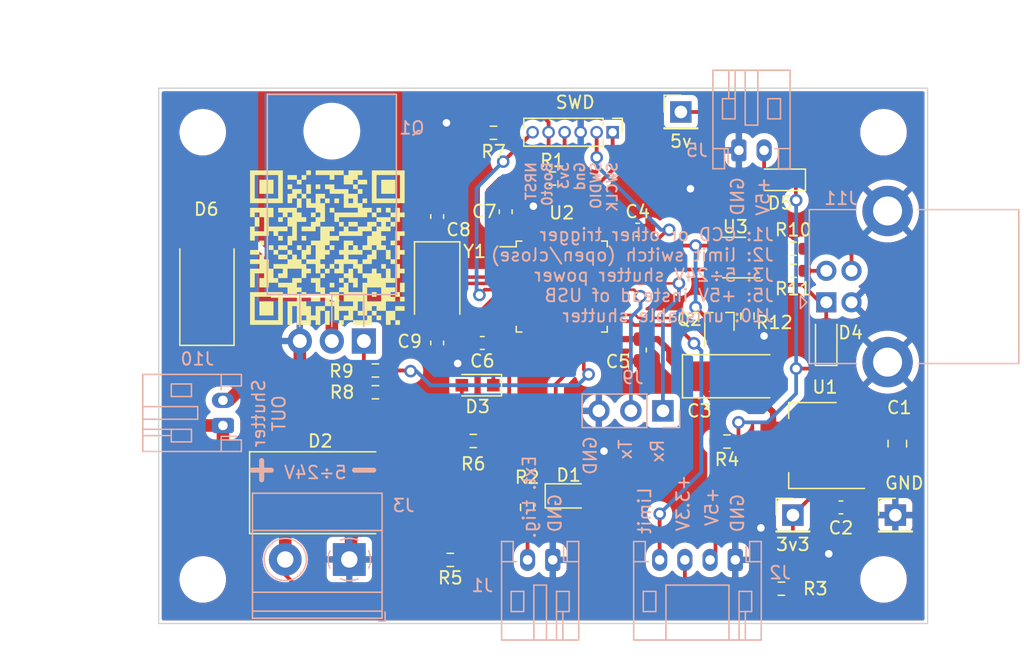
<source format=kicad_pcb>
(kicad_pcb (version 20240108) (generator "pcbnew") (generator_version "8.0")
  (layers (0 "F.Cu" signal) (31 "B.Cu" signal) (34 "B.Paste" user) (35 "F.Paste" user) (36 "B.SilkS" user "B.Silkscreen") (37 "F.SilkS" user "F.Silkscreen") (38 "B.Mask" user) (39 "F.Mask" user) (44 "Edge.Cuts" user))
  (net 0 "")
  (net 1 "GND")
  (net 2 "/VBUS")
  (net 3 "+3V3")
  (net 4 "/OSC_IN")
  (net 5 "/OSC_OUT")
  (net 6 "/SHTR_V")
  (net 7 "/5V")
  (net 8 "/CCD")
  (net 9 "/SHTRpow")
  (net 10 "/SWCLK")
  (net 11 "/SWDIO")
  (net 12 "Net-(D5-A)")
  (net 13 "/BOOT0")
  (net 14 "/NRST")
  (net 15 "Net-(J1-Pin_2)")
  (net 16 "/USB_PU")
  (net 17 "Net-(J2-Pin_2)")
  (net 18 "Net-(J2-Pin_3)")
  (net 19 "/LimSW")
  (net 20 "/USBDP")
  (net 29 "Net-(J4-Pin_4)")
  (net 30 "/Tx")
  (net 31 "/Rx")
  (net 35 "Net-(J11-D-)")
  (net 36 "/USBDM")
  (net 46 "Net-(J11-D+)")
  (net 47 "Net-(Q1-G)")
  (net 48 "Net-(Q2-C)")
  (net 49 "/PWM")
  (net 50 "Net-(R10-Pad2)")
  (net 51 "Net-(R11-Pad2)")
  (net 56 "/DR")
  (footprint "Capacitor_SMD:C_0603_1608Metric_Pad1.08x0.95mm_HandSolder" (layer "F.Cu") (at 134.5946 90.7299 -90)
    (property "Reference" "C9")
    (property "Value" "6")
  )
  (footprint "Capacitor_SMD:C_0603_1608Metric_Pad1.08x0.95mm_HandSolder" (layer "F.Cu") (at 140.0302 80.3137 90)
    (property "Reference" "C7")
    (property "Value" "0.1")
  )
  (footprint "Diode_SMD:D_SOD-323_HandSoldering" (layer "F.Cu") (at 137.8 94.08 180)
    (property "Reference" "D3")
    (property "Value" "SS14")
  )
  (footprint "Resistor_SMD:R_0603_1608Metric_Pad0.98x0.95mm_HandSolder" (layer "F.Cu") (at 135.6379 107.95)
    (property "Reference" "R5")
    (property "Value" "56k")
  )
  (footprint "Resistor_SMD:R_0603_1608Metric_Pad0.98x0.95mm_HandSolder" (layer "F.Cu") (at 129.6943 92.9132)
    (property "Reference" "R9")
    (property "Value" "100")
  )
  (footprint "Resistor_SMD:R_0603_1608Metric_Pad0.98x0.95mm_HandSolder" (layer "F.Cu") (at 161.9015 110.236 180)
    (property "Reference" "R3")
    (property "Value" "33")
  )
  (footprint "Resistor_SMD:R_0603_1608Metric_Pad0.98x0.95mm_HandSolder" (layer "F.Cu") (at 159.2072 88.5952 90)
    (property "Reference" "R12")
    (property "Value" "1k5")
  )
  (footprint "Connector_PinHeader_2.54mm:PinHeader_1x01_P2.54mm_Vertical" (layer "F.Cu") (at 162.814 104.394)
    (property "Reference" "J8" (hide yes))
    (property "Value" "3v3")
  )
  (footprint "Connector_PinHeader_2.54mm:PinHeader_1x01_P2.54mm_Vertical" (layer "F.Cu") (at 153.924 72.39)
    (property "Reference" "J6" (hide yes))
    (property "Value" "5v")
  )
  (footprint "Crystal:Crystal_SMD_5032-2Pin_5.0x3.2mm" (layer "F.Cu") (at 134.5946 85.7504 -90)
    (property "Reference" "Y1")
    (property "Value" "NX5032GA-8MHz")
  )
  (footprint "Capacitor_Tantalum_SMD:CP_EIA-6032-28_Kemet-C_Pad2.25x2.35mm_HandSolder" (layer "F.Cu") (at 157.988 93.3704)
    (property "Reference" "C3")
    (property "Value" "47u")
  )
  (footprint "Package_QFP:LQFP-48_7x7mm_P0.5mm" (layer "F.Cu") (at 144.475 86.25)
    (property "Reference" "U2")
    (property "Value" "STM32F103C6Tx")
  )
  (footprint "Resistor_SMD:R_0603_1608Metric_Pad0.98x0.95mm_HandSolder" (layer "F.Cu") (at 157.5835 98.552 180)
    (property "Reference" "R4")
    (property "Value" "33")
  )
  (footprint "MountingHole:MountingHole_3.2mm_M3_ISO7380" (layer "F.Cu") (at 116 74)
    (property "Reference" "H3" (hide yes))
    (property "Value" "MountingHole")
  )
  (footprint "Capacitor_SMD:C_0603_1608Metric_Pad1.08x0.95mm_HandSolder" (layer "F.Cu") (at 150.6728 91.2865 -90)
    (property "Reference" "C5")
    (property "Value" "0.1")
  )
  (footprint "Capacitor_SMD:C_0603_1608Metric_Pad1.08x0.95mm_HandSolder" (layer "F.Cu") (at 166.6251 103.7844)
    (property "Reference" "C2")
    (property "Value" "0.1")
  )
  (footprint "Package_TO_SOT_SMD:SOT-23-6_Handsoldering" (layer "F.Cu") (at 158.15 83.95 180)
    (property "Reference" "U3")
    (property "Value" "USBLC6-2SC6")
  )
  (footprint "kicad_unistable:qr" (layer "F.Cu") (at 125.8824 83.1596)
    (property "Reference" "G***" (hide yes))
    (property "Value" "LOGO" (hide yes))
  )
  (footprint "Diode_SMD:D_SMA-SMB_Universal_Handsoldering" (layer "F.Cu") (at 116.332 85.958 90)
    (property "Reference" "D6")
    (property "Value" "SS14")
  )
  (footprint "Resistor_SMD:R_0603_1608Metric_Pad0.98x0.95mm_HandSolder" (layer "F.Cu") (at 141.732 103.7825 -90)
    (property "Reference" "R2")
    (property "Value" "100")
  )
  (footprint "Capacitor_SMD:C_0603_1608Metric_Pad1.08x0.95mm_HandSolder" (layer "F.Cu") (at 134.5946 80.6947 90)
    (property "Reference" "C8")
    (property "Value" "6")
  )
  (footprint "Diode_SMD:D_SMB-SMC_Universal_Handsoldering" (layer "F.Cu") (at 125.324 102.616)
    (property "Reference" "D2")
    (property "Value" "SMBJ30A")
  )
  (footprint "Resistor_SMD:R_0603_1608Metric_Pad0.98x0.95mm_HandSolder" (layer "F.Cu") (at 162.8375 83.25 180)
    (property "Reference" "R10")
    (property "Value" "22")
  )
  (footprint "Connector_PinHeader_1.27mm:PinHeader_1x06_P1.27mm_Vertical" (layer "F.Cu") (at 148.515 74 -90)
    (property "Reference" "J4" (hide yes))
    (property "Value" "SWD")
  )
  (footprint "Package_TO_SOT_SMD:SOT-223-3_TabPin2" (layer "F.Cu") (at 164.3884 98.8708 180)
    (property "Reference" "U1")
    (property "Value" "LM1117-3.3")
  )
  (footprint "Connector_PinHeader_2.54mm:PinHeader_1x01_P2.54mm_Vertical" (layer "F.Cu") (at 170.942 104.394)
    (property "Reference" "J7" (hide yes))
    (property "Value" "GND")
  )
  (footprint "Capacitor_SMD:C_0805_2012Metric_Pad1.18x1.45mm_HandSolder" (layer "F.Cu") (at 171.0944 98.7259 -90)
    (property "Reference" "C1")
    (property "Value" "1u")
  )
  (footprint "MountingHole:MountingHole_3.2mm_M3_ISO7380" (layer "F.Cu") (at 170 109.5)
    (property "Reference" "H2" (hide yes))
    (property "Value" "MountingHole")
  )
  (footprint "Resistor_SMD:R_0603_1608Metric_Pad0.98x0.95mm_HandSolder" (layer "F.Cu") (at 143.7386 77.6732)
    (property "Reference" "R1")
    (property "Value" "6.9")
  )
  (footprint "Resistor_SMD:R_0603_1608Metric_Pad0.98x0.95mm_HandSolder" (layer "F.Cu") (at 162.8375 85 180)
    (property "Reference" "R11")
    (property "Value" "22")
  )
  (footprint "Capacitor_SMD:C_0603_1608Metric_Pad1.08x0.95mm_HandSolder" (layer "F.Cu") (at 150.4961 81.7372)
    (property "Reference" "C4")
    (property "Value" "0.1")
  )
  (footprint "Capacitor_SMD:C_0603_1608Metric_Pad1.08x0.95mm_HandSolder" (layer "F.Cu") (at 138.1749 90.7288 180)
    (property "Reference" "C6")
    (property "Value" "0.1")
  )
  (footprint "MountingHole:MountingHole_3.2mm_M3_ISO7380" (layer "F.Cu") (at 116 109.5)
    (property "Reference" "H4" (hide yes))
    (property "Value" "MountingHole")
  )
  (footprint "Diode_SMD:D_0805_2012Metric_Pad1.15x1.40mm_HandSolder" (layer "F.Cu") (at 145.025 102.87)
    (property "Reference" "D1")
    (property "Value" "CESD3V3")
  )
  (footprint "MountingHole:MountingHole_3.2mm_M3_ISO7380" (layer "F.Cu") (at 170 74)
    (property "Reference" "H1" (hide yes))
    (property "Value" "MountingHole")
  )
  (footprint "Resistor_SMD:R_0603_1608Metric_Pad0.98x0.95mm_HandSolder" (layer "F.Cu") (at 139.0631 74.041 180)
    (property "Reference" "R7")
    (property "Value" "10k")
  )
  (footprint "Resistor_SMD:R_0603_1608Metric_Pad0.98x0.95mm_HandSolder" (layer "F.Cu") (at 129.6943 94.6404 180)
    (property "Reference" "R8")
    (property "Value" "4k7")
  )
  (footprint "Diode_SMD:D_SOD-323_HandSoldering" (layer "F.Cu") (at 165.4556 90.5056 90)
    (property "Reference" "D4")
    (property "Value" "SS14")
  )
  (footprint "Diode_SMD:D_SOD-323_HandSoldering" (layer "F.Cu") (at 161.798 77.7748 180)
    (property "Reference" "D5")
    (property "Value" "SS14")
  )
  (footprint "Package_TO_SOT_SMD:SOT-323_SC-70_Handsoldering" (layer "F.Cu") (at 156.9824 89.0432 90)
    (property "Reference" "Q2")
    (property "Value" "DTA114Y")
  )
  (footprint "Resistor_SMD:R_0603_1608Metric_Pad0.98x0.95mm_HandSolder" (layer "F.Cu") (at 137.4575 98.51)
    (property "Reference" "R6")
    (property "Value" "4k7")
  )
  (footprint "Package_TO_SOT_THT:TO-220-3_Horizontal_TabDown" (layer "B.Cu") (at 128.778 90.574 180)
    (property "Reference" "Q1")
    (property "Value" "IRL3303")
  )
  (footprint "Connector_JST:JST_PH_S4B-PH-K_1x04_P2.00mm_Horizontal" (layer "B.Cu") (at 158.242 107.95 180)
    (property "Reference" "J2")
    (property "Value" "hall")
  )
  (footprint "Connector_JST:JST_PH_S2B-PH-K_1x02_P2.00mm_Horizontal" (layer "B.Cu") (at 158.528 75.438)
    (property "Reference" "J5")
    (property "Value" "5Vext")
  )
  (footprint "Connector_USB:USB_B_Lumberg_2411_02_Horizontal" (layer "B.Cu") (at 165.4625 87.5)
    (property "Reference" "J11")
    (property "Value" "USB_B")
  )
  (footprint "Connector_PinHeader_2.54mm:PinHeader_1x03_P2.54mm_Vertical" (layer "B.Cu") (at 152.5016 96.1136 90)
    (property "Reference" "J9")
    (property "Value" "USART1")
  )
  (footprint "Connector_JST:JST_PH_S2B-PH-K_1x02_P2.00mm_Horizontal" (layer "B.Cu") (at 117.602 97.282 90)
    (property "Reference" "J10")
    (property "Value" "shutter")
  )
  (footprint "TerminalBlock_Phoenix:TerminalBlock_Phoenix_MKDS-1,5-2-5.08_1x02_P5.08mm_Horizontal" (layer "B.Cu") (at 127.623 107.916 180)
    (property "Reference" "J3")
    (property "Value" "ShtrPower" (hide yes))
  )
  (footprint "Connector_JST:JST_PH_S2B-PH-K_1x02_P2.00mm_Horizontal" (layer "B.Cu") (at 143.764 107.95 180)
    (property "Reference" "J1")
    (property "Value" "ccd")
  )
  (gr_line (start 112.5 113) (end 173.5 113) (stroke (width 0.1)) (layer "Edge.Cuts"))
  (gr_line (start 173.5 70.5) (end 112.5 70.5) (stroke (width 0.1)) (layer "Edge.Cuts"))
  (gr_line (start 173.5 113) (end 173.5 70.5) (stroke (width 0.1)) (layer "Edge.Cuts"))
  (gr_line (start 112.5 70.5) (end 112.5 113) (stroke (width 0.1)) (layer "Edge.Cuts"))
  (gr_text "Tx" (at 150.114 98.298 90) (layer "B.SilkS") (effects (font (size 1 1)) (justify left bottom mirror)))
  (gr_text "GND" (at 159.004 77.47 90) (layer "B.SilkS") (effects (font (size 1 1)) (justify left bottom mirror)))
  (gr_text "Limit" (at 151.638 102.108 90) (layer "B.SilkS") (effects (font (size 1 1)) (justify left bottom mirror)))
  (gr_text "+3.3V" (at 154.686 101.092 90) (layer "B.SilkS") (effects (font (size 1 1)) (justify left bottom mirror)))
  (gr_text "-" (at 130.302 101.854 0) (layer "B.SilkS") (effects (font (size 2 2) (thickness 0.4) (bold yes)) (justify left bottom mirror)))
  (gr_text "NRST\nBoot0\n3v3\nGnd\nSWDIO\nSWCLK" (at 148.9456 76.2762 90) (layer "B.SilkS") (effects (font (size 0.8 0.8)) (justify left bottom mirror)))
  (gr_text "J1: CCD or other trigger\nJ2: limit switch (open/close)\nJ3: 5÷24V shutter power\nJ5: +5V instead of USB\nJ10: unistable shutter" (at 161.3916 89.154 0) (layer "B.SilkS") (effects (font (size 1 1)) (justify left bottom mirror)))
  (gr_text "Shutter\nOUT" (at 122.6312 96.3168 90) (layer "B.SilkS") (effects (font (size 1 1)) (justify bottom mirror)))
  (gr_text "5÷24V" (at 127.508 101.6 0) (layer "B.SilkS") (effects (font (size 1 1)) (justify left bottom mirror)))
  (gr_text "GND" (at 144.526 102.616 90) (layer "B.SilkS") (effects (font (size 1 1)) (justify left bottom mirror)))
  (gr_text "+5V" (at 156.972 102.108 90) (layer "B.SilkS") (effects (font (size 1 1)) (justify left bottom mirror)))
  (gr_text "+5V" (at 161.036 77.47 90) (layer "B.SilkS") (effects (font (size 1 1)) (justify left bottom mirror)))
  (gr_text "Rx" (at 152.654 98.298 90) (layer "B.SilkS") (effects (font (size 1 1)) (justify left bottom mirror)))
  (gr_text "GND" (at 147.32 98.044 90) (layer "B.SilkS") (effects (font (size 1 1)) (justify left bottom mirror)))
  (gr_text "Ext. trig." (at 142.494 99.568 90) (layer "B.SilkS") (effects (font (size 1 1)) (justify left bottom mirror)))
  (gr_text "+" (at 122.174 101.854 0) (layer "B.SilkS") (effects (font (size 2 2) (thickness 0.4) (bold yes)) (justify left bottom mirror)))
  (gr_text "GND" (at 159.004 102.616 90) (layer "B.SilkS") (effects (font (size 1 1)) (justify left bottom mirror)))
  (segment (start 135.89 90.7288) (end 135.89 91.5924) (width 0.3) (layer "F.Cu") (net 1))
  (segment (start 136.398 75.7936) (end 137.16 75.7936) (width 0.2) (layer "F.Cu") (net 1))
  (segment (start 134.5946 96.0374) (end 134.112 96.52) (width 0.3) (layer "F.Cu") (net 1))
  (segment (start 151.3586 81.7372) (end 151.3586 80.6196) (width 0.3) (layer "F.Cu") (net 1))
  (segment (start 151.3586 80.6196) (end 151.7282 80.25) (width 0.3) (layer "F.Cu") (net 1))
  (segment (start 145.975 72.7722) (end 145.3896 72.1868) (width 0.3) (layer "F.Cu") (net 1))
  (segment (start 146.05 109.22) (end 146.05 107.188) (width 0.3) (layer "F.Cu") (net 1))
  (segment (start 134.5946 77.597) (end 136.0678 76.1238) (width 0.3) (layer "F.Cu") (net 1))
  (segment (start 135.3312 73.6092) (end 135.763 74.041) (width 0.3) (layer "F.Cu") (net 1))
  (segment (start 138.0744 74.1172) (end 138.0744 75.7936) (width 0.2) (layer "F.Cu") (net 1))
  (segment (start 138.37 108.144) (end 140.208 109.982) (width 0.3) (layer "F.Cu") (net 1))
  (segment (start 137.3124 88.8492) (end 137.3124 90.7288) (width 0.2) (layer "F.Cu") (net 1))
  (segment (start 128.1684 105.6132) (end 127.762 106.0196) (width 1) (layer "F.Cu") (net 1))
  (segment (start 137.3124 90.7288) (end 135.89 90.7288) (width 0.3) (layer "F.Cu") (net 1))
  (segment (start 158.8008 105.41) (end 158.242 105.9688) (width 0.3) (layer "F.Cu") (net 1))
  (segment (start 146.725 90.4125) (end 146.725 91.7086) (width 0.28) (layer "F.Cu") (net 1))
  (segment (start 145.3896 72.1868) (end 138.6586 72.1868) (width 0.3) (layer "F.Cu") (net 1))
  (segment (start 147.4216 96.1136) (end 147.4216 94.488) (width 0.3) (layer "F.Cu") (net 1))
  (segment (start 158.1658 83.5152) (end 158.1658 81.3328) (width 0.3) (layer "F.Cu") (net 1))
  (segment (start 159.2466 80.25) (end 158.496 80.25) (width 0.3) (layer "F.Cu") (net 1))
  (segment (start 145.3896 72.1868) (end 150.0124 72.1868) (width 0.3) (layer "F.Cu") (net 1))
  (segment (start 128.7818 96.2622) (end 128.524 96.52) (width 0.3) (layer "F.Cu") (net 1))
  (segment (start 126.9492 97.79) (end 123.698 97.79) (width 1) (layer "F.Cu") (net 1))
  (segment (start 160.538 90.18) (end 160.538 93.3704) (width 0.3) (layer "F.Cu") (net 1))
  (segment (start 165.6588 107.4674) (end 167.4876 105.6386) (width 0.3) (layer "F.Cu") (net 1))
  (segment (start 167.4876 103.7844) (end 167.4876 101.2216) (width 0.3) (layer "F.Cu") (net 1))
  (segment (start 127.762 107.777) (end 127.623 107.916) (width 1) (layer "F.Cu") (net 1))
  (segment (start 149.553 84) (end 151.3586 82.1944) (width 0.28) (layer "F.Cu") (net 1))
  (segment (start 147.4216 94.488) (end 149.0472 94.488) (width 0.3) (layer "F.Cu") (net 1))
  (segment (start 134.5946 91.5924) (end 134.5946 96.0374) (width 0.3) (layer "F.Cu") (net 1))
  (segment (start 135.3312 73.2536) (end 135.3312 73.6092) (width 0.3) (layer "F.Cu") (net 1))
  (segment (start 167.4876 101.2216) (end 167.5384 101.1708) (width 0.3) (layer "F.Cu") (net 1))
  (segment (start 123.698 97.79) (end 123.698 96.52) (width 1) (layer "F.Cu") (net 1))
  (segment (start 171.0944 99.7634) (end 172.5246 99.7634) (width 0.3) (layer "F.Cu") (net 1))
  (segment (start 128.524 102.616) (end 128.524 105.6132) (width 1) (layer "F.Cu") (net 1))
  (segment (start 138.1506 72.6948) (end 138.1506 74.041) (width 0.3) (layer "F.Cu") (net 1))
  (segment (start 155.3972 75.438) (end 154.686 76.1492) (width 0.3) (layer "F.Cu") (net 1))
  (segment (start 146.05 107.188) (end 145.288 107.95) (width 0.3) (layer "F.Cu") (net 1))
  (segment (start 150.6728 92.8624) (end 150.6728 92.149) (width 0.3) (layer "F.Cu") (net 1))
  (segment (start 158.496 80.25) (end 156.49 80.25) (width 0.3) (layer "F.Cu") (net 1))
  (segment (start 169.0624 103.7844) (end 169.672 104.394) (width 0.3) (layer "F.Cu") (net 1))
  (segment (start 140.208 109.982) (end 145.288 109.982) (width 0.3) (layer "F.Cu") (net 1))
  (segment (start 128.524 99.3648) (end 126.9492 97.79) (width 1) (layer "F.Cu") (net 1))
  (segment (start 152.1968 74.3712) (end 150.0124 72.1868) (width 0.3) (layer "F.Cu") (net 1))
  (segment (start 145.288 107.95) (end 143.764 107.95) (width 0.3) (layer "F.Cu") (net 1))
  (segment (start 156.49 80.25) (end 152.1968 80.25) (width 0.3) (layer "F.Cu") (net 1))
  (segment (start 128.524 105.6132) (end 128.1684 105.6132) (width 1) (layer "F.Cu") (net 1))
  (segment (start 172.5246 94.4521) (end 170.3225 92.25) (width 0.3) (layer "F.Cu") (net 1))
  (segment (start 136.2202 92.3544) (end 136.2202 91.6178) (width 0.3) (layer "F.Cu") (net 1))
  (segment (start 139.1616 87) (end 137.3124 88.8492) (width 0.2) (layer "F.Cu") (net 1))
  (segment (start 136.0678 76.1238) (end 136.398 75.7936) (width 0.2) (layer "F.Cu") (net 1))
  (segment (start 158.37 81.1286) (end 158.369 81.1276) (width 0.3) (layer "F.Cu") (net 1))
  (segment (start 154.686 76.1492) (end 154.686 78.486) (width 0.3) (layer "F.Cu") (net 1))
  (segment (start 145.288 109.982) (end 146.05 109.22) (width 0.3) (layer "F.Cu") (net 1))
  (segment (start 158.369 81.1276) (end 159.2466 80.25) (width 0.3) (layer "F.Cu") (net 1))
  (segment (start 147.1654 92.149) (end 150.6728 92.149) (width 0.3) (layer "F.Cu") (net 1))
  (segment (start 158.528 75.438) (end 155.3972 75.438) (width 0.3) (layer "F.Cu") (net 1))
  (segment (start 138.1506 74.041) (end 138.0744 74.1172) (width 0.2) (layer "F.Cu") (net 1))
  (segment (start 138.6586 72.1868) (end 138.1506 72.6948) (width 0.3) (layer "F.Cu") (net 1))
  (segment (start 172.5246 99.7634) (end 172.5246 94.4521) (width 0.3) (layer "F.Cu") (net 1))
  (segment (start 140.0302 79.4512) (end 141.8082 79.4512) (width 0.3) (layer "F.Cu") (net 1))
  (segment (start 147.828 99.314) (end 146.05 99.314) (width 0.3) (layer "F.Cu") (net 1))
  (segment (start 167.4876 103.7844) (end 169.0624 103.7844) (width 0.3) (layer "F.Cu") (net 1))
  (segment (start 147.4216 96.1136) (end 147.4216 98.9076) (width 0.3) (layer "F.Cu") (net 1))
  (segment (start 146.725 91.7086) (end 147.1654 92.149) (width 0.28) (layer "F.Cu") (net 1))
  (segment (start 171.0944 99.7634) (end 171.0944 100.9904) (width 0.3) (layer "F.Cu") (net 1))
  (segment (start 151.3586 82.1944) (end 151.3586 81.7372) (width 0.3) (layer "F.Cu") (net 1))
  (segment (start 127.762 106.0196) (end 127.762 107.777) (width 1) (layer "F.Cu") (net 1))
  (segment (start 135.89 91.5924) (end 136.1948 91.5924) (width 0.3) (layer "F.Cu") (net 1))
  (segment (start 158.528 75.438) (end 158.528 80.218) (width 0.3) (layer "F.Cu") (net 1))
  (segment (start 159.5 83.95) (end 158.6006 83.95) (width 0.3) (layer "F.Cu") (net 1))
  (segment (start 137.16 75.7936) (end 136.5504 75.7936) (width 0.2) (layer "F.Cu") (net 1))
  (segment (start 160.528 90.17) (end 160.538 90.18) (width 0.3) (layer "F.Cu") (net 1))
  (segment (start 138.37 98.51) (end 138.37 108.144) (width 0.3) (layer "F.Cu") (net 1))
  (segment (start 158.1658 81.3328) (end 158.37 81.1286) (width 0.3) (layer "F.Cu") (net 1))
  (segment (start 123.698 96.52) (end 123.698 90.574) (width 1) (layer "F.Cu") (net 1))
  (segment (start 171.0944 100.9904) (end 170.914 101.1708) (width 0.3) (layer "F.Cu") (net 1))
  (segment (start 138.0744 75.7936) (end 137.16 75.7936) (width 0.2) (layer "F.Cu") (net 1))
  (segment (start 170.914 101.1708) (end 167.5384 101.1708) (width 0.3) (layer "F.Cu") (net 1))
  (segment (start 147.4216 98.9076) (end 147.828 99.314) (width 0.3) (layer "F.Cu") (net 1))
  (segment (start 141.8082 79.4512) (end 142.225 79.868) (width 0.3) (layer "F.Cu") (net 1))
  (segment (start 160.274 105.41) (end 158.8008 105.41) (width 0.3) (layer "F.Cu") (net 1))
  (segment (start 148.6375 84) (end 149.553 84) (width 0.28) (layer "F.Cu") (net 1))
  (segment (start 146.05 102.87) (end 146.05 99.314) (width 0.3) (layer "F.Cu") (net 1))
  (segment (start 158.6006 83.95) (end 158.1658 83.5152) (width 0.3) (layer "F.Cu") (net 1))
  (segment (start 135.763 74.041) (end 138.1506 74.041) (width 0.3) (layer "F.Cu") (net 1))
  (segment (start 152.1968 80.25) (end 151.7282 80.25) (width 0.3) (layer "F.Cu") (net 1))
  (segment (start 145.975 74) (end 145.975 72.7722) (width 0.3) (layer "F.Cu") (net 1))
  (segment (start 167.4876 105.6386) (end 167.4876 103.7844) (width 0.3) (layer "F.Cu") (net 1))
  (segment (start 128.524 102.616) (end 128.524 99.3648) (width 1) (layer "F.Cu") (net 1))
  (segment (start 149.0472 94.488) (end 150.6728 92.8624) (width 0.3) (layer "F.Cu") (net 1))
  (segment (start 158.242 105.9688) (end 158.242 107.95) (width 0.3) (layer "F.Cu") (net 1))
  (segment (start 128.7818 94.6404) (end 128.7818 96.2622) (width 0.3) (layer "F.Cu") (net 1))
  (segment (start 128.524 96.52) (end 123.698 96.52) (width 0.3) (layer "F.Cu") (net 1))
  (segment (start 134.5946 79.8322) (end 134.5946 77.597) (width 0.3) (layer "F.Cu") (net 1))
  (segment (start 136.2202 91.6178) (end 136.1948 91.5924) (width 0.3) (layer "F.Cu") (net 1))
  (segment (start 158.528 80.218) (end 158.496 80.25) (width 0.3) (layer "F.Cu") (net 1))
  (segment (start 146.05 102.87) (end 146.05 107.188) (width 0.3) (layer "F.Cu") (net 1))
  (segment (start 152.1968 80.25) (end 152.1968 74.3712) (width 0.3) (layer "F.Cu") (net 1))
  (segment (start 134.5946 91.5924) (end 135.89 91.5924) (width 0.3) (layer "F.Cu") (net 1))
  (segment (start 140.3125 87) (end 139.1616 87) (width 0.2) (layer "F.Cu") (net 1))
  (segment (start 142.225 82.0875) (end 142.225 79.868) (width 0.28) (layer "F.Cu") (net 1))
  (segment (start 134.112 96.52) (end 128.524 96.52) (width 0.3) (layer "F.Cu") (net 1))
  (segment (start 169.672 104.394) (end 170.942 104.394) (width 0.3) (layer "F.Cu") (net 1))
  (via (at 136.2202 92.3544) (size 1.2) (drill 0.6) (layers "F.Cu" "B.Cu") (net 1))
  (via (at 135.3312 73.2536) (size 1) (drill 0.6) (layers "F.Cu" "B.Cu") (net 1))
  (via (at 142.225 79.868) (size 1.2) (drill 0.6) (layers "F.Cu" "B.Cu") (net 1))
  (via (at 147.828 99.314) (size 1) (drill 0.6) (layers "F.Cu" "B.Cu") (net 1))
  (via (at 154.686 78.486) (size 1) (drill 0.6) (layers "F.Cu" "B.Cu") (net 1))
  (via (at 165.6588 107.4674) (size 1) (drill 0.6) (layers "F.Cu" "B.Cu") (net 1))
  (via (at 160.274 105.41) (size 1) (drill 0.6) (layers "F.Cu" "B.Cu") (net 1))
  (via (at 160.528 90.17) (size 1) (drill 0.6) (layers "F.Cu" "B.Cu") (net 1))
  (segment (start 136.2202 92.3544) (end 138.8872 92.3544) (width 0.3) (layer "B.Cu") (net 1))
  (segment (start 162.56 106.8578) (end 165.0492 106.8578) (width 0.3) (layer "B.Cu") (net 1))
  (segment (start 160.02 78.486) (end 154.686 78.486) (width 0.3) (layer "B.Cu") (net 1))
  (segment (start 140.50495 80.89405) (end 141.2811 80.1179) (width 0.3) (layer "B.Cu") (net 1))
  (segment (start 138.8872 92.3544) (end 140.50495 90.73665) (width 0.3) (layer "B.Cu") (net 1))
  (segment (start 161.7218 106.8578) (end 162.56 106.8578) (width 0.3) (layer "B.Cu") (net 1))
  (segment (start 141.2811 80.1179) (end 141.5027 79.868) (width 0.3) (layer "B.Cu") (net 1))
  (segment (start 165.0492 106.8578) (end 165.6588 107.4674) (width 0.3) (layer "B.Cu") (net 1))
  (segment (start 141.5027 79.868) (end 142.225 79.868) (width 0.3) (layer "B.Cu") (net 1))
  (segment (start 160.274 105.41) (end 161.7218 106.8578) (width 0.3) (layer "B.Cu") (net 1))
  (segment (start 160.528 78.994) (end 160.02 78.486) (width 0.3) (layer "B.Cu") (net 1))
  (segment (start 136.906 99.314) (end 130.81 93.218) (width 0.3) (layer "B.Cu") (net 1))
  (segment (start 160.528 90.17) (end 160.528 78.994) (width 0.3) (layer "B.Cu") (net 1))
  (segment (start 130.81 91.694) (end 131.0504 91.4536) (width 0.3) (layer "B.Cu") (net 1))
  (segment (start 140.50495 90.73665) (end 140.50495 80.89405) (width 0.3) (layer "B.Cu") (net 1))
  (segment (start 135.3194 91.4536) (end 135.3194 73.2654) (width 0.3) (layer "B.Cu") (net 1))
  (segment (start 147.828 99.314) (end 136.906 99.314) (width 0.3) (layer "B.Cu") (net 1))
  (segment (start 131.0504 91.4536) (end 135.3194 91.4536) (width 0.3) (layer "B.Cu") (net 1))
  (segment (start 130.81 93.218) (end 130.81 91.694) (width 0.3) (layer "B.Cu") (net 1))
  (segment (start 135.3194 73.2654) (end 135.3312 73.2536) (width 0.3) (layer "B.Cu") (net 1))
  (segment (start 135.3194 91.4536) (end 136.2202 92.3544) (width 0.3) (layer "B.Cu") (net 1))
  (segment (start 165.4556 89.2556) (end 165.4556 87.5069) (width 0.3) (layer "F.Cu") (net 2))
  (segment (start 158.393 85.598) (end 161.036 85.598) (width 0.3) (layer "F.Cu") (net 2))
  (segment (start 157.7624 83.95) (end 158.1404 84.328) (width 0.3) (layer "F.Cu") (net 2))
  (segment (start 158.1404 85.3454) (end 158.393 85.598) (width 0.3) (layer "F.Cu") (net 2))
  (segment (start 165.4556 87.5069) (end 165.4625 87.5) (width 0.3) (layer "F.Cu") (net 2))
  (segment (start 156.8 83.95) (end 157.7624 83.95) (width 0.3) (layer "F.Cu") (net 2))
  (segment (start 161.036 85.598) (end 161.544 86.106) (width 0.3) (layer "F.Cu") (net 2))
  (segment (start 161.544 86.106) (end 163.576 86.106) (width 0.3) (layer "F.Cu") (net 2))
  (segment (start 164.97 87.5) (end 165.4625 87.5) (width 0.3) (layer "F.Cu") (net 2))
  (segment (start 158.1404 84.328) (end 158.1404 85.3454) (width 0.3) (layer "F.Cu") (net 2))
  (segment (start 163.576 86.106) (end 164.97 87.5) (width 0.3) (layer "F.Cu") (net 2))
  (segment (start 164.338 102.87) (end 165.1508 102.87) (width 0.3) (layer "F.Cu") (net 3))
  (segment (start 157.6324 92.1004) (end 157.6324 90.3732) (width 0.5) (layer "F.Cu") (net 3))
  (segment (start 155.438 93.3704) (end 156.3624 93.3704) (width 0.5) (layer "F.Cu") (net 3))
  (segment (start 141.725 82.0875) (end 141.725 83.432) (width 0.28) (layer "F.Cu") (net 3))
  (segment (start 165.7096 103.7844) (end 165.1508 103.2256) (width 0.3) (layer "F.Cu") (net 3))
  (segment (start 147.5638 83.5) (end 148.6375 83.5) (width 0.28) (layer "F.Cu") (net 3))
  (segment (start 141.725 82.0875) (end 140.9415 82.0875) (width 0.28) (layer "F.Cu") (net 3))
  (segment (start 155.3464 92.9132) (end 155.438 92.9132) (width 0.5) (layer "F.Cu") (net 3))
  (segment (start 155.438 93.3704) (end 154.3304 93.3704) (width 0.5) (layer "F.Cu") (net 3))
  (segment (start 165.1508 102.87) (end 165.1508 98.8708) (width 0.3) (layer "F.Cu") (net 3))
  (segment (start 138.6332 80.9244) (end 138.885 81.1762) (width 0.3) (layer "F.Cu") (net 3))
  (segment (start 156.3624 93.3704) (end 157.6324 92.1004) (width 0.5) (layer "F.Cu") (net 3))
  (segment (start 165.1508 103.2256) (end 165.1508 102.87) (width 0.3) (layer "F.Cu") (net 3))
  (segment (start 141.7828 83.4898) (end 143.0274 84.7344) (width 0.3) (layer "F.Cu") (net 3))
  (segment (start 149.6336 82.5039) (end 148.6375 83.5) (width 0.28) (layer "F.Cu") (net 3))
  (segment (start 142.8261 77.6732) (end 139.5476 77.6732) (width 0.3) (layer "F.Cu") (net 3))
  (segment (start 140.3125 87.5) (end 139.521518 87.5) (width 0.2) (layer "F.Cu") (net 3))
  (segment (start 140.3125 87.5) (end 147.225 87.5) (width 0.28) (layer "F.Cu") (net 3))
  (segment (start 147.225 90.4125) (end 147.225 87.5) (width 0.28) (layer "F.Cu") (net 3))
  (segment (start 138.6332 78.5876) (end 138.6332 80.9244) (width 0.3) (layer "F.Cu") (net 3))
  (segment (start 138.885 81.1762) (end 140.0302 81.1762) (width 0.3) (layer "F.Cu") (net 3))
  (segment (start 147.225 83.8388) (end 147.5638 83.5) (width 0.3) (layer "F.Cu") (net 3))
  (segment (start 152.0952 90.424) (end 150.6728 90.424) (width 0.5) (layer "F.Cu") (net 3))
  (segment (start 140.3125 83.5) (end 141.7726 83.5) (width 0.28) (layer "F.Cu") (net 3))
  (segment (start 160.528 95.504) (end 156.718 95.504) (width 0.5) (layer "F.Cu") (net 3))
  (segment (start 139.521518 87.5) (end 139.0374 87.984118) (width 0.2) (layer "F.Cu") (net 3))
  (segment (start 165.7626 103.7844) (end 165.7096 103.7844) (width 0.3) (layer "F.Cu") (net 3))
  (segment (start 150.6728 90.424) (end 147.3365 90.424) (width 0.5) (layer "F.Cu") (net 3))
  (segment (start 149.6336 81.7372) (end 149.6336 82.5039) (width 0.3) (layer "F.Cu") (net 3))
  (segment (start 161.2384 96.2144) (end 160.528 95.504) (width 0.5) (layer "F.Cu") (net 3))
  (segment (start 139.0374 87.984118) (end 139.0374 90.7288) (width 0.2) (layer "F.Cu") (net 3))
  (segment (start 139.0374 90.7288) (end 139.05 90.7414) (width 0.3) (layer "F.Cu") (net 3))
  (segment (start 141.725 83.432) (end 141.7828 83.4898) (width 0.3) (layer "F.Cu") (net 3))
  (segment (start 154.3304 93.3704) (end 153.0096 92.0496) (width 0.5) (layer "F.Cu") (net 3))
  (segment (start 139.05 90.7414) (end 139.05 94.08) (width 0.3) (layer "F.Cu") (net 3))
  (segment (start 161.2384 98.8708) (end 161.2384 96.2144) (width 0.5) (layer "F.Cu") (net 3))
  (segment (start 162.814 110.236) (end 162.814 104.394) (width 0.3) (layer "F.Cu") (net 3))
  (segment (start 153.0096 91.3384) (end 152.0952 90.424) (width 0.5) (layer "F.Cu") (net 3))
  (segment (start 139.5476 77.6732) (end 138.6332 78.5876) (width 0.3) (layer "F.Cu") (net 3))
  (segment (start 165.1508 98.8708) (end 161.2384 98.8708) (width 0.3) (layer "F.Cu") (net 3))
  (segment (start 143.0274 84.7344) (end 147.225 84.7344) (width 0.3) (layer "F.Cu") (net 3))
  (segment (start 167.5384 98.8708) (end 165.1508 98.8708) (width 0.3) (layer "F.Cu") (net 3))
  (segment (start 147.225 84.7344) (end 147.225 83.8388) (width 0.3) (layer "F.Cu") (net 3))
  (segment (start 140.9415 82.0875) (end 140.0302 81.1762) (width 0.3) (layer "F.Cu") (net 3))
  (segment (start 155.438 94.224) (end 156.718 95.504) (width 0.5) (layer "F.Cu") (net 3))
  (segment (start 141.7726 83.5) (end 141.7828 83.4898) (width 0.3) (layer "F.Cu") (net 3))
  (segment (start 155.438 93.3704) (end 155.438 94.224) (width 0.5) (layer "F.Cu") (net 3))
  (segment (start 153.0096 92.0496) (end 153.0096 91.3384) (width 0.5) (layer "F.Cu") (net 3))
  (segment (start 162.814 104.394) (end 164.338 102.87) (width 0.3) (layer "F.Cu") (net 3))
  (segment (start 147.225 87.5) (end 147.225 84.7344) (width 0.3) (layer "F.Cu") (net 3))
  (segment (start 140.3125 85.5) (end 136.1942 85.5) (width 0.28) (layer "F.Cu") (net 4))
  (segment (start 134.5946 81.5572) (end 134.5946 83.9004) (width 0.3) (layer "F.Cu") (net 4))
  (segment (start 136.1942 85.5) (end 134.5946 83.9004) (width 0.28) (layer "F.Cu") (net 4))
  (segment (start 136.195 86) (end 134.5946 87.6004) (width 0.28) (layer "F.Cu") (net 5))
  (segment (start 134.5946 87.6004) (end 134.5946 89.8674) (width 0.3) (layer "F.Cu") (net 5))
  (segment (start 140.3125 86) (end 136.195 86) (width 0.28) (layer "F.Cu") (net 5))
  (segment (start 139.644 95.56) (end 136.55 95.56) (width 0.3) (layer "F.Cu") (net 6))
  (segment (start 136.55 98.505) (end 136.55 95.56) (width 0.3) (layer "F.Cu") (net 6))
  (segment (start 136.545 98.51) (end 136.55 98.505) (width 0.3) (layer "F.Cu") (net 6))
  (segment (start 136.5504 107.95) (end 136.5504 98.5154) (width 0.3) (layer "F.Cu") (net 6))
  (segment (start 140.6259 90.4125) (end 140.3096 90.7288) (width 0.3) (layer "F.Cu") (net 6))
  (segment (start 140.3096 94.8944) (end 139.644 95.56) (width 0.3) (layer "F.Cu") (net 6))
  (segment (start 136.55 95.56) (end 136.55 94.08) (width 0.3) (layer "F.Cu") (net 6))
  (segment (start 140.3096 90.7288) (end 140.3096 94.8944) (width 0.3) (layer "F.Cu") (net 6))
  (segment (start 136.5504 98.5154) (end 136.545 98.51) (width 0.3) (layer "F.Cu") (net 6))
  (segment (start 141.725 90.4125) (end 140.6259 90.4125) (width 0.28) (layer "F.Cu") (net 6))
  (segment (start 167.5384 95.1484) (end 165.1508 92.7608) (width 0.3) (layer "F.Cu") (net 7))
  (segment (start 163.048 73.894) (end 163.048 77.7748) (width 0.3) (layer "F.Cu") (net 7))
  (segment (start 165.1508 92.7608) (end 163.068 92.7608) (width 0.3) (layer "F.Cu") (net 7))
  (segment (start 170.7388 96.5708) (end 167.5384 96.5708) (width 0.3) (layer "F.Cu") (net 7))
  (segment (start 171.0944 96.9264) (end 170.7388 96.5708) (width 0.3) (layer "F.Cu") (net 7))
  (segment (start 161.544 72.39) (end 163.048 73.894) (width 0.3) (layer "F.Cu") (net 7))
  (segment (start 153.924 72.39) (end 161.544 72.39) (width 0.3) (layer "F.Cu") (net 7))
  (segment (start 158.496 97.028) (end 158.496 98.552) (width 0.3) (layer "F.Cu") (net 7))
  (segment (start 163.048 77.7748) (end 163.048 79.38) (width 0.3) (layer "F.Cu") (net 7))
  (segment (start 165.4556 91.7556) (end 165.4556 92.456) (width 0.3) (layer "F.Cu") (net 7))
  (segment (start 167.5384 96.5708) (end 167.5384 95.1484) (width 0.3) (layer "F.Cu") (net 7))
  (segment (start 165.4556 92.456) (end 165.1508 92.7608) (width 0.3) (layer "F.Cu") (net 7))
  (segment (start 171.0944 97.6884) (end 171.0944 96.9264) (width 0.3) (layer "F.Cu") (net 7))
  (segment (start 163.048 79.38) (end 163.068 79.4) (width 0.3) (layer "F.Cu") (net 7))
  (via (at 158.496 97.028) (size 1) (drill 0.6) (layers "F.Cu" "B.Cu") (net 7))
  (via (at 163.068 79.4) (size 1) (drill 0.6) (layers "F.Cu" "B.Cu") (net 7))
  (via (at 163.068 92.7608) (size 1) (drill 0.6) (layers "F.Cu" "B.Cu") (net 7))
  (segment (start 163.068 79.4) (end 163.068 92.7608) (width 0.3) (layer "B.Cu") (net 7))
  (segment (start 163.068 92.7608) (end 163.068 94.742) (width 0.3) (layer "B.Cu") (net 7))
  (segment (start 160.782 97.028) (end 158.496 97.028) (width 0.3) (layer "B.Cu") (net 7))
  (segment (start 163.068 94.742) (end 160.782 97.028) (width 0.3) (layer "B.Cu") (net 7))
  (segment (start 144 93.998) (end 144.78 93.218) (width 0.3) (layer "F.Cu") (net 8))
  (segment (start 144 102.87) (end 144 93.998) (width 0.3) (layer "F.Cu") (net 8))
  (segment (start 145.725 92.273) (end 144.78 93.218) (width 0.28) (layer "F.Cu") (net 8))
  (segment (start 145.725 90.4125) (end 145.725 92.273) (width 0.28) (layer "F.Cu") (net 8))
  (segment (start 141.732 102.87) (end 144 102.87) (width 0.3) (layer "F.Cu") (net 8))
  (segment (start 117.602 101.6) (end 118.618 102.616) (width 1) (layer "F.Cu") (net 9))
  (segment (start 116.332 91.186) (end 115.062 92.456) (width 1) (layer "F.Cu") (net 9))
  (segment (start 115.062 92.456) (end 115.062 97.282) (width 1) (layer "F.Cu") (net 9))
  (segment (start 132.3378 110.3376) (end 134.7254 107.95) (width 0.3) (layer "F.Cu") (net 9))
  (segment (start 122.543 107.916) (end 122.543 103.035) (width 1) (layer "F.Cu") (net 9))
  (segment (start 122.543 109.1318) (end 123.7488 110.3376) (width 0.3) (layer "F.Cu") (net 9))
  (segment (start 122.543 103.035) (end 122.124 102.616) (width 1) (layer "F.Cu") (net 9))
  (segment (start 123.7488 110.3376) (end 132.3378 110.3376) (width 0.3) (layer "F.Cu") (net 9))
  (segment (start 116.332 88.858) (end 116.332 91.186) (width 1) (layer "F.Cu") (net 9))
  (segment (start 117.602 97.282) (end 117.602 101.6) (width 1) (layer "F.Cu") (net 9))
  (segment (start 122.543 107.916) (end 122.543 109.1318) (width 0.3) (layer "F.Cu") (net 9))
  (segment (start 117.602 97.282) (end 115.062 97.282) (width 1) (layer "F.Cu") (net 9))
  (segment (start 118.618 102.616) (end 122.124 102.616) (width 1) (layer "F.Cu") (net 9))
  (segment (start 147.225 78.275) (end 148.515 76.985) (width 0.3) (layer "F.Cu") (net 10))
  (segment (start 147.225 82.0875) (end 147.225 78.275) (width 0.28) (layer "F.Cu") (net 10))
  (segment (start 148.515 76.985) (end 148.515 74) (width 0.3) (layer "F.Cu") (net 10))
  (segment (start 148.6375 84.5) (end 150.1 84.5) (width 0.28) (layer "F.Cu") (net 11))
  (segment (start 147.245 74) (end 147.245 75.995) (width 0.3) (layer "F.Cu") (net 11))
  (segment (start 147.245 75.995) (end 147.25 76) (width 0.3) (layer "F.Cu") (net 11))
  (segment (start 152.85 81.75) (end 153 81.75) (width 0.3) (layer "F.Cu") (net 11))
  (segment (start 150.1 84.5) (end 152.85 81.75) (width 0.28) (layer "F.Cu") (net 11))
  (via (at 153 81.75) (size 1) (drill 0.6) (layers "F.Cu" "B.Cu") (net 11))
  (via (at 147.25 76) (size 1) (drill 0.6) (layers "F.Cu" "B.Cu") (net 11))
  (segment (start 147.25 76.65) (end 152.35 81.75) (width 0.3) (layer "B.Cu") (net 11))
  (segment (start 152.35 81.75) (end 153 81.75) (width 0.3) (layer "B.Cu") (net 11))
  (segment (start 147.25 76) (end 147.25 76.65) (width 0.3) (layer "B.Cu") (net 11))
  (segment (start 160.528 77.7548) (end 160.548 77.7748) (width 0.3) (layer "F.Cu") (net 12))
  (segment (start 160.528 75.438) (end 160.528 77.7548) (width 0.3) (layer "F.Cu") (net 12))
  (segment (start 143.435 75.617) (end 143.435 74) (width 0.3) (layer "F.Cu") (net 13))
  (segment (start 143.725 75.907) (end 143.435 75.617) (width 0.3) (layer "F.Cu") (net 13))
  (segment (start 143.435 73.204) (end 143.435 74) (width 0.3) (layer "F.Cu") (net 13))
  (segment (start 139.9756 74.041) (end 139.9756 73.2066) (width 0.3) (layer "F.Cu") (net 13))
  (segment (start 143.725 82.0875) (end 143.725 75.907) (width 0.28) (layer "F.Cu") (net 13))
  (segment (start 143.002 72.771) (end 143.435 73.204) (width 0.3) (layer "F.Cu") (net 13))
  (segment (start 140.4112 72.771) (end 143.002 72.771) (width 0.3) (layer "F.Cu") (net 13))
  (segment (start 139.9756 73.2066) (end 140.4112 72.771) (width 0.3) (layer "F.Cu") (net 13))
  (segment (start 139.473959 86.5) (end 138.9758 86.5) (width 0.28) (layer "F.Cu") (net 14))
  (segment (start 139.8325 76.3325) (end 142.165 74) (width 0.3) (layer "F.Cu") (net 14))
  (segment (start 138.9758 86.5) (end 138.3662 86.5) (width 0.28) (layer "F.Cu") (net 14))
  (segment (start 138.3662 86.5) (end 137.9474 86.9188) (width 0.28) (layer "F.Cu") (net 14))
  (segment (start 140.3125 86.5) (end 139.473959 86.5) (width 0.28) (layer "F.Cu") (net 14))
  (via (at 137.9474 86.9188) (size 1) (drill 0.6) (layers "F.Cu" "B.Cu") (net 14))
  (via (at 139.8325 76.3325) (size 1) (drill 0.6) (layers "F.Cu" "B.Cu") (net 14))
  (segment (start 137.9474 86.9188) (end 137.7188 86.6902) (width 0.3) (layer "B.Cu") (net 14))
  (segment (start 137.7188 78.4462) (end 139.8325 76.3325) (width 0.3) (layer "B.Cu") (net 14))
  (segment (start 137.7188 86.6902) (end 137.7188 78.4462) (width 0.3) (layer "B.Cu") (net 14))
  (segment (start 141.764 107.95) (end 141.764 104.727) (width 0.3) (layer "F.Cu") (net 15))
  (segment (start 141.764 104.727) (end 141.732 104.695) (width 0.3) (layer "F.Cu") (net 15))
  (segment (start 154.4908 88.8064) (end 154.432 88.7476) (width 0.2) (layer "F.Cu") (net 16))
  (segment (start 150.5648 88.7476) (end 150.3172 88.5) (width 0.2) (layer "F.Cu") (net 16))
  (segment (start 156.0576 90.3732) (end 154.4908 88.8064) (width 0.3) (layer "F.Cu") (net 16))
  (segment (start 148.6375 88.5) (end 150.3172 88.5) (width 0.2) (layer "F.Cu") (net 16))
  (segment (start 156.3324 90.3732) (end 156.0576 90.3732) (width 0.3) (layer "F.Cu") (net 16))
  (segment (start 154.432 88.7476) (end 150.5648 88.7476) (width 0.2) (layer "F.Cu") (net 16))
  (segment (start 156.671 107.521) (end 156.242 107.95) (width 0.3) (layer "F.Cu") (net 17))
  (segment (start 156.671 98.552) (end 156.671 107.521) (width 0.3) (layer "F.Cu") (net 17))
  (segment (start 160.989 110.236) (end 155.1432 110.236) (width 0.3) (layer "F.Cu") (net 18))
  (segment (start 154.242 109.3348) (end 154.242 107.95) (width 0.3) (layer "F.Cu") (net 18))
  (segment (start 155.1432 110.236) (end 154.242 109.3348) (width 0.3) (layer "F.Cu") (net 18))
  (segment (start 152.2476 104.2924) (end 152.242 104.298) (width 0.3) (layer "F.Cu") (net 19))
  (segment (start 152.242 104.298) (end 152.242 107.95) (width 0.3) (layer "F.Cu") (net 19))
  (segment (start 149.9108 89) (end 148.6375 89) (width 0.28) (layer "F.Cu") (net 19))
  (segment (start 150.2172 89.3064) (end 149.9108 89) (width 0.28) (layer "F.Cu") (net 19))
  (segment (start 153.5176 89.3064) (end 150.2172 89.3064) (width 0.28) (layer "F.Cu") (net 19))
  (segment (start 154.9654 90.7542) (end 153.5176 89.3064) (width 0.3) (layer "F.Cu") (net 19))
  (via (at 154.9654 90.7542) (size 1) (drill 0.6) (layers "F.Cu" "B.Cu") (net 19))
  (via (at 152.2476 104.2924) (size 1) (drill 0.6) (layers "F.Cu" "B.Cu") (net 19))
  (segment (start 154.9654 90.7542) (end 155.5496 91.3384) (width 0.3) (layer "B.Cu") (net 19))
  (segment (start 155.5496 91.3384) (end 155.5496 100.9904) (width 0.3) (layer "B.Cu") (net 19))
  (segment (start 155.5496 100.9904) (end 152.2476 104.2924) (width 0.3) (layer "B.Cu") (net 19))
  (segment (start 154.5844 83) (end 155.0924 83) (width 0.3) (layer "F.Cu") (net 20))
  (segment (start 153.093 83) (end 154.5844 83) (width 0.3) (layer "F.Cu") (net 20))
  (segment (start 155.0924 87.884) (end 156.2608 89.0524) (width 0.3) (layer "F.Cu") (net 20))
  (segment (start 148.6375 85) (end 151.093 85) (width 0.2) (layer "F.Cu") (net 20))
  (segment (start 158.7481 89.5077) (end 159.2072 89.5077) (width 0.3) (layer "F.Cu") (net 20))
  (segment (start 158.2928 89.0524) (end 158.7481 89.5077) (width 0.3) (layer "F.Cu") (net 20))
  (segment (start 155.0924 83) (end 156.8 83) (width 0.3) (layer "F.Cu") (net 20))
  (segment (start 151.093 85) (end 153.093 83) (width 0.2) (layer "F.Cu") (net 20))
  (segment (start 156.2608 89.0524) (end 158.2928 89.0524) (width 0.3) (layer "F.Cu") (net 20))
  (via (at 155.0924 87.884) (size 1) (drill 0.6) (layers "F.Cu" "B.Cu") (net 20))
  (via (at 155.0924 83) (size 1) (drill 0.6) (layers "F.Cu" "B.Cu") (net 20))
  (segment (start 155.0924 83) (end 155.0924 87.884) (width 0.3) (layer "B.Cu") (net 20))
  (segment (start 144.705 77.6193) (end 144.6511 77.6732) (width 0.3) (layer "F.Cu") (net 29))
  (segment (start 144.705 74) (end 144.705 77.6193) (width 0.3) (layer "F.Cu") (net 29))
  (segment (start 150.2032 86.5) (end 150.7236 87.0204) (width 0.2) (layer "F.Cu") (net 30))
  (segment (start 148.6375 86.5) (end 150.2032 86.5) (width 0.2) (layer "F.Cu") (net 30))
  (via (at 150.7236 87.0204) (size 1) (drill 0.6) (layers "F.Cu" "B.Cu") (net 30))
  (segment (start 150.7236 87.0204) (end 150.7236 87.9348) (width 0.3) (layer "B.Cu") (net 30))
  (segment (start 149.9616 96.1136) (end 149.9616 88.6968) (width 0.3) (layer "B.Cu") (net 30))
  (segment (start 150.7236 87.9348) (end 149.9616 88.6968) (width 0.3) (layer "B.Cu") (net 30))
  (segment (start 148.6375 86) (end 153.7672 86) (width 0.2) (layer "F.Cu") (net 31))
  (segment (start 153.7672 86) (end 153.7716 86.0044) (width 0.2) (layer "F.Cu") (net 31))
  (via (at 153.7716 86.0044) (size 1) (drill 0.6) (layers "F.Cu" "B.Cu") (net 31))
  (segment (start 153.7716 86.0044) (end 153.7716 87.122) (width 0.3) (layer "B.Cu") (net 31))
  (segment (start 152.5016 88.392) (end 152.5016 96.1136) (width 0.3) (layer "B.Cu") (net 31))
  (segment (start 153.7716 87.122) (end 152.5016 88.392) (width 0.3) (layer "B.Cu") (net 31))
  (segment (start 163.75 85) (end 165.4625 85) (width 0.3) (layer "F.Cu") (net 35))
  (segment (start 151.6852 85.5) (end 152.2852 84.9) (width 0.2) (layer "F.Cu") (net 36))
  (segment (start 156.8 84.9) (end 152.2852 84.9) (width 0.3) (layer "F.Cu") (net 36))
  (segment (start 148.6375 85.5) (end 151.6852 85.5) (width 0.2) (layer "F.Cu") (net 36))
  (segment (start 167.4625 83.7187) (end 167.4625 85) (width 0.3) (layer "F.Cu") (net 46))
  (segment (start 163.75 83.25) (end 166.9938 83.25) (width 0.3) (layer "F.Cu") (net 46))
  (segment (start 166.9938 83.25) (end 167.4625 83.7187) (width 0.3) (layer "F.Cu") (net 46))
  (segment (start 128.778 92.9094) (end 128.7818 92.9132) (width 0.3) (layer "F.Cu") (net 47))
  (segment (start 128.778 90.574) (end 128.778 92.9094) (width 0.3) (layer "F.Cu") (net 47))
  (segment (start 159.2072 87.6827) (end 157.0129 87.6827) (width 0.3) (layer "F.Cu") (net 48))
  (segment (start 157.0129 87.6827) (end 156.9824 87.7132) (width 0.3) (layer "F.Cu") (net 48))
  (segment (start 146.225 90.4125) (end 146.225 92.8342) (width 0.28) (layer "F.Cu") (net 49))
  (segment (start 146.225 92.8342) (end 146.6088 93.218) (width 0.3) (layer "F.Cu") (net 49))
  (segment (start 131.6736 92.9132) (end 132.4356 92.9132) (width 0.3) (layer "F.Cu") (net 49))
  (segment (start 132.4356 92.9132) (end 132.4864 92.964) (width 0.3) (layer "F.Cu") (net 49))
  (segment (start 130.6068 92.9132) (end 130.6068 94.6404) (width 0.3) (layer "F.Cu") (net 49))
  (segment (start 130.6068 92.9132) (end 131.6736 92.9132) (width 0.3) (layer "F.Cu") (net 49))
  (via (at 146.6088 93.218) (size 1) (drill 0.6) (layers "F.Cu" "B.Cu") (net 49))
  (via (at 132.4864 92.964) (size 1) (drill 0.6) (layers "F.Cu" "B.Cu") (net 49))
  (segment (start 132.9436 92.964) (end 134.0612 94.0816) (width 0.3) (layer "B.Cu") (net 49))
  (segment (start 134.0612 94.0816) (end 145.7452 94.0816) (width 0.3) (layer "B.Cu") (net 49))
  (segment (start 145.7452 94.0816) (end 146.6088 93.218) (width 0.3) (layer "B.Cu") (net 49))
  (segment (start 132.4864 92.964) (end 132.9436 92.964) (width 0.3) (layer "B.Cu") (net 49))
  (segment (start 161.675 83) (end 161.925 83.25) (width 0.3) (layer "F.Cu") (net 50))
  (segment (start 159.5 83) (end 161.675 83) (width 0.3) (layer "F.Cu") (net 50))
  (segment (start 159.6 85) (end 159.5 84.9) (width 0.3) (layer "F.Cu") (net 51))
  (segment (start 161.925 85) (end 159.6 85) (width 0.3) (layer "F.Cu") (net 51))
  (segment (start 119.38 83.058) (end 120.904 84.582) (width 1) (layer "F.Cu") (net 56))
  (segment (start 120.904 92.456) (end 118.078 95.282) (width 1) (layer "F.Cu") (net 56))
  (segment (start 126.238 88.138) (end 125.73 87.63) (width 1) (layer "F.Cu") (net 56))
  (segment (start 126.238 90.574) (end 126.238 88.138) (width 1) (layer "F.Cu") (net 56))
  (segment (start 116.332 83.058) (end 119.38 83.058) (width 1) (layer "F.Cu") (net 56))
  (segment (start 120.904 87.63) (end 120.904 92.456) (width 1) (layer "F.Cu") (net 56))
  (segment (start 120.904 84.582) (end 120.904 87.63) (width 1) (layer "F.Cu") (net 56))
  (segment (start 125.73 87.63) (end 120.904 87.63) (width 1) (layer "F.Cu") (net 56))
  (segment (start 118.078 95.282) (end 117.602 95.282) (width 1) (layer "F.Cu") (net 56))
  (zone (net 3) (net_name "+3V3") (layer "F.Cu") (priority 3) (connect_pads (clearance 0.5)) (min_thickness 0.25) (fill yes (thermal_gap 0.5) (thermal_bridge_width 0.5))
    (polygon (pts (xy 141.6 83.4) (xy 147.4 83.4) (xy 147.4 89.1) (xy 141.6 89.1)))
  )
  (zone (net 1) (net_name "GND") (layer "F.Cu") (priority 2) (connect_pads (clearance 0.5)) (min_thickness 0.25) (fill yes (thermal_gap 0.5) (thermal_bridge_width 0.5))
    (polygon (pts (xy 112.522 70.612) (xy 173.482 70.612) (xy 173.482 113.03) (xy 112.522 113.03)))
  )
  (zone (net 0) (net_name "") (layers "F.Cu" "Edge.Cuts") (connect_pads (clearance 0)) (min_thickness 0.25)
    (keepout (tracks allowed) (vias allowed) (pads allowed) (copperpour not_allowed) (footprints allowed))
    (fill (thermal_gap 0.5) (thermal_bridge_width 0.5))
    (polygon (pts (xy 123.444 71.12) (xy 123.444 76.708) (xy 129.286 76.708) (xy 129.286 71.12)))
  )
  (zone (net 56) (net_name "/DR") (layer "B.Cu") (connect_pads (clearance 0.5)) (min_thickness 0.25) (fill yes (thermal_gap 0.5) (thermal_bridge_width 0.5) (island_removal_mode 1) (island_area_min 10))
    (polygon (pts (xy 120.904 70.866) (xy 120.904 86.868) (xy 131.318 86.868) (xy 131.318 70.866)))
  )
  (zone (net 1) (net_name "GND") (layer "B.Cu") (priority 1) (connect_pads (clearance 0.5)) (min_thickness 0.25) (fill yes (thermal_gap 0.5) (thermal_bridge_width 0.5))
    (polygon (pts (xy 131.826 70.612) (xy 131.826 87.376) (xy 120.396 87.376) (xy 120.396 70.612) (xy 112.522 70.612) (xy 112.522 113.03) (xy 173.482 113.03) (xy 173.482 70.612)))
  )
)
</source>
